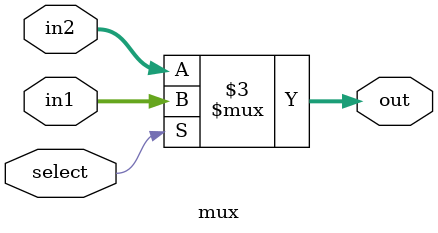
<source format=v>
`timescale 1ns/100ps
module cpu(read_memory, write_memory, memory_address, memory_writedata, PC, memory_readdata, read_ins, busywait, busywait_ins, INSTRUCTION, CLK, RESET);

	//this is the cpu module which connect whith all other module and get results lots of wire here because all module connect
	
	
	//`timescale 1ns/100ps
	
	//output pc 
	output reg [31:0] PC;
	output reg read_ins;
	
	
	input busywait_ins;
	//inputs
	input [31:0] INSTRUCTION;
	input CLK,RESET;
	
	//fpr decode part 
	reg [7:0] readreg1, readreg2, writereg, immediate, opcode;
	
	//wire for connect out to in in different module

	wire [31:0] pc_add_out;	//wire that out 4 added pc valu from adder module
	//regout1 is output to register_file input for alu
	//regout2 is output to register_file input for mux which 2s complementing or not
	//mux_out_cmplmnt is output to mux_cmplmt input to mux_immd
	//cmplmnt_reg2 is the 2s complemented regout2
	wire [7:0] regout1, regout2, mux_out_cmplmnt,cmplmnt_reg2;
	//operand2 is output of mux_immd input to alu
	//alu_result is result of alu
	wire [7:0] operand2, alu_result;
	//these are write enable signal,select signl for mux_cmplmt and mux_immd
	wire wrten, mux_cmplmnt_select, mux_immd_select, jump, branch;
	//alu_op is select signal for alu
	wire [2:0] alu_op;
	
	//this is address out of pc+4+immediate
	wire [31:0] jumpadrress;
	
	//pc_final_out is valu that should update pc value in next clock
	//out_branch is branch mux out
	wire [31:0] pc_final_out, out_branch;
	
	//branch_en enabling of branch in mux_branch
	wire branch_en, zero;
	
	wire mux_writedata_select;
	
	input busywait;
	
	input [7:0] memory_readdata; 
	
	output wire read_memory, write_memory;
	
	output wire [7:0] memory_address, memory_writedata;
	
	wire [7:0] write_data; 
	
	// output reg [7:0] write_data;
	
	//pc is update with priveous out put of pc+4
	//new value is updated
	
	//pc adding part paralel to instrtion read this is adder module
	//adder myadder(pc_add_out, PC);
	
	//this is control module which generate control signals
	control mycontrol(mux_writedata_select, read_memory, write_memory, jump, branch, wrten, mux_cmplmnt_select, mux_immd_select, alu_op, opcode, busywait, busywait_ins, INSTRUCTION);
	
	//chose write data is memory read or alu result 
	mux mux_writedata(write_data, memory_readdata, alu_result, mux_writedata_select);
	
	
	//data_memory mydata_memory(CLK, RESET, read_memory, write_memory, memory_address, regout1, memory_readdata, busywait);
	
	//then reg_file which deal with registers
	reg_file myreg_file(regout1, regout2, write_data, writereg[2:0], readreg1[2:0], readreg2[2:0], wrten, CLK, RESET);
	
	//then regout2 2s complement
	//complement mycomplement(cmplmnt_reg2, regout2);
	
	//this is mux whether instrtion tell positive or negetive if negetive it select 2s complement output else regout2
	//if mux_cmplmnt_select 1 out register value else negetive value
	mux mux_cmplmt(mux_out_cmplmnt, regout2, cmplmnt_reg2,mux_cmplmnt_select);
	
	//this is mux which choose immediate vale or register output
	mux mux_immd(operand2, immediate, mux_out_cmplmnt, mux_immd_select);
	
	//addadrress for jump and beq
	addadrress myaddadrress(jumpadrress, pc_add_out, writereg);
	
	//and operation for get branch_en signal
	and and1(branch_en, branch, zero);
	
	//mux for branch which out pc+4 or branchaddress
	mux32 mux_branch(out_branch, jumpadrress, pc_add_out, branch_en);
	
	//mux for jump which out output of branch mux or jump address
	mux32 mux_jump(pc_final_out, jumpadrress, out_branch, jump);
	
	//this is alu
	alu myalu(memory_address, zero, alu_result, regout1, operand2, alu_op);
	
	// always @ (regout1)
	// begin
	assign memory_writedata = regout1;
	//pc + 4
	assign #1 pc_add_out = PC + 4;
	//2's complement
	assign #1 cmplmnt_reg2 = ~regout2 + 1;
	//assign #2 jumpadrress = pc_add_out + writereg;
	// end
	
	
	//this is reset part if reset is 1 reset will happen and pc value set to reset mode
	always @ (RESET)
	begin
		//pc set to reset mode
		if(RESET)
		begin
			#1 PC = -32'd4;
			read_ins = 0;
		end
	end
	
	 
	//this is pc update
	always @ (posedge CLK)
	begin
		//if not reset
		#1
		if(~RESET && !busywait && !busywait_ins)  //if instruction memroy or data memry is not busy
		begin
			//update pc
			PC = pc_final_out;
			read_ins = 1;
			//decoding
			// #3 {opcode[7:0],writereg[7:0], readreg1[7:0], readreg2[7:0]} = INSTRUCTION[31:0];
			// immediate[7:0] = INSTRUCTION[7:0];
			
		end
		
		
	end	
		
	
	//decode here
	always @ (INSTRUCTION)
	begin
		if(~RESET)
		begin
			//decode
			{opcode[7:0],writereg[7:0], readreg1[7:0], readreg2[7:0]} = INSTRUCTION[31:0];
			immediate[7:0] = INSTRUCTION[7:0];
		end
	end
	
endmodule


module mux32(out, in1, in2, select);

	//inputs
	input [31:0] in1,in2;
	//select bit
	input select;
	//out put mux
	output reg [31:0] out;
	
	always @(*)
	begin
	
		//if selecggt == 1 out --> in1
		//else out in2
		if(select)
			begin
				out = in1;
			end
		else
			begin
				out = in2;
			end
			
	end
endmodule



//this is the module which do 2s complement
module complement(out,in);
	//input
	input [7:0] in;
	//output
	output reg [7:0] out;

	//if in is availabel out = ~in + 1;
	always @ (in)
	begin
		#1
		out = ~in + 8'd1;
	end
	
endmodule


//this is module which add pc vale paralel to instrtion read
module adder(out,pc);
	//input
	input [31:0] pc;
	//output
	output reg [31:0] out;
	
	//pc = pc +4 done if pc is availeble
	always @ (pc)
	begin
		#1
		out = pc + 32'd4;
	end
	
	
endmodule

//this is module which get pc + 4 value and out pc+4+immediate
module addadrress(out, pc, immediate);
	//input
	input [31:0] pc;
	input [7:0] immediate;
	
	//output
	output wire [31:0] out;
	
	//for temaparally
	reg [31:0] temp;
	assign #2 out = pc + temp;
	
	always @ (*)
	begin
		if(immediate[7] == 1'b1)
		begin
			//negetive extenction
			temp = {22'b1111111111111111111111, immediate[7:0], 2'b00};
		end
		else
		begin
			//possitive extention
			temp = {22'b0000000000000000000000, immediate[7:0], 2'b00};
		end
		
		//out
		//out = pc + temp;
	end
	
endmodule



//mux 8 bit 
module mux(out, in1, in2, select);
	
	//mux 8 bit
	
	//inputs
	input [7:0] in1,in2;
	//select bit
	input select;
	//out put mux
	output reg [7:0] out;
	
	always @(*)
	begin
	
		//if selecggt == 1 out --> in1
		//else out in2
		if(select)
			begin
				out = in1;
			end
		else
			begin
				out = in2;
			end
			
	end
endmodule


//cache memory
// module cache_memory(out, memory_cache);

	//input
	// input memory_cache;
	
	//output is address for data_memory
	// output reg out;
	
	// always @ (memory_cache)
	// begin
		// #2 out = memory_cache;			//cache have not yet
		
	// end

// endmodule
	
	
	
	
	
	








	
</source>
